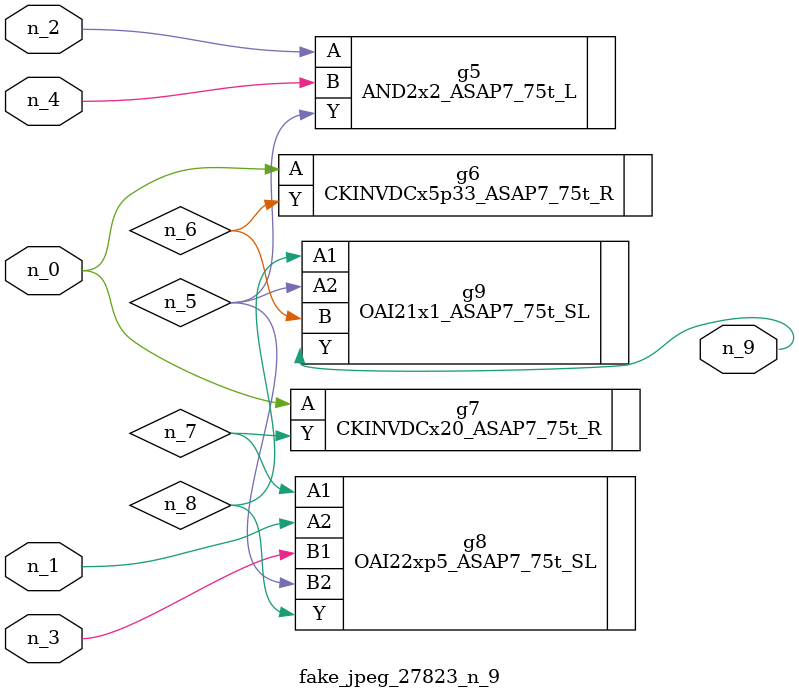
<source format=v>
module fake_jpeg_27823_n_9 (n_3, n_2, n_1, n_0, n_4, n_9);

input n_3;
input n_2;
input n_1;
input n_0;
input n_4;

output n_9;

wire n_8;
wire n_6;
wire n_5;
wire n_7;

AND2x2_ASAP7_75t_L g5 ( 
.A(n_2),
.B(n_4),
.Y(n_5)
);

CKINVDCx5p33_ASAP7_75t_R g6 ( 
.A(n_0),
.Y(n_6)
);

CKINVDCx20_ASAP7_75t_R g7 ( 
.A(n_0),
.Y(n_7)
);

OAI22xp5_ASAP7_75t_SL g8 ( 
.A1(n_7),
.A2(n_1),
.B1(n_3),
.B2(n_5),
.Y(n_8)
);

OAI21x1_ASAP7_75t_SL g9 ( 
.A1(n_8),
.A2(n_5),
.B(n_6),
.Y(n_9)
);


endmodule
</source>
